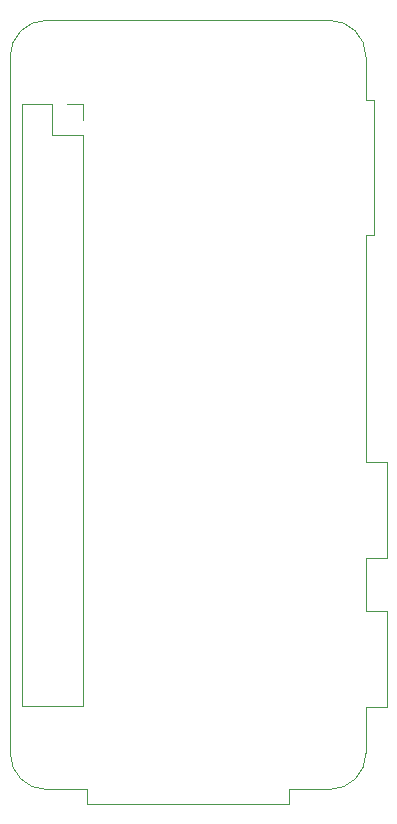
<source format=gbr>
%TF.GenerationSoftware,KiCad,Pcbnew,9.0.3*%
%TF.CreationDate,2025-07-16T15:45:05+08:00*%
%TF.ProjectId,PiHAT_Test,50694841-545f-4546-9573-742e6b696361,rev?*%
%TF.SameCoordinates,Original*%
%TF.FileFunction,Legend,Top*%
%TF.FilePolarity,Positive*%
%FSLAX46Y46*%
G04 Gerber Fmt 4.6, Leading zero omitted, Abs format (unit mm)*
G04 Created by KiCad (PCBNEW 9.0.3) date 2025-07-16 15:45:05*
%MOMM*%
%LPD*%
G01*
G04 APERTURE LIST*
%ADD10C,0.120000*%
G04 APERTURE END LIST*
D10*
%TO.C,H1*%
X123040000Y-126210000D02*
X123040000Y-67210000D01*
X124000000Y-71250000D02*
X124000000Y-122170000D01*
X124000000Y-71250000D02*
X126600000Y-71250000D01*
X124000000Y-122170000D02*
X129200000Y-122170000D01*
X126100000Y-64150000D02*
X150100000Y-64150000D01*
X126600000Y-71250000D02*
X126600000Y-73850000D01*
X126600000Y-73850000D02*
X129200000Y-73850000D01*
X127870000Y-71250000D02*
X129200000Y-71250000D01*
X129200000Y-71250000D02*
X129200000Y-72580000D01*
X129200000Y-73850000D02*
X129200000Y-122170000D01*
X129540000Y-129270000D02*
X126100000Y-129270000D01*
X129540000Y-129270000D02*
X129540000Y-130470000D01*
X129540000Y-130470000D02*
X146660000Y-130470000D01*
X146660000Y-129270000D02*
X150100000Y-129270000D01*
X146660000Y-130470000D02*
X146660000Y-129270000D01*
X153160000Y-70900000D02*
X153160000Y-67210000D01*
X153160000Y-82320000D02*
X153860000Y-82320000D01*
X153160000Y-101550000D02*
X153160000Y-82320000D01*
X153160000Y-109670000D02*
X154960000Y-109670000D01*
X153160000Y-114150000D02*
X153160000Y-109670000D01*
X153160000Y-122270000D02*
X154960000Y-122270000D01*
X153160000Y-126210000D02*
X153160000Y-122270000D01*
X153860000Y-70900000D02*
X153160000Y-70900000D01*
X153860000Y-82320000D02*
X153860000Y-70900000D01*
X154960000Y-101550000D02*
X153160000Y-101550000D01*
X154960000Y-109670000D02*
X154960000Y-101550000D01*
X154960000Y-114150000D02*
X153160000Y-114150000D01*
X154960000Y-122270000D02*
X154960000Y-114150000D01*
X123040000Y-67210000D02*
G75*
G02*
X126100000Y-64150000I3059999J1D01*
G01*
X126100000Y-129270000D02*
G75*
G02*
X123040000Y-126210000I-1J3059999D01*
G01*
X150100000Y-64150000D02*
G75*
G02*
X153160000Y-67210000I0J-3060000D01*
G01*
X153160000Y-126210000D02*
G75*
G02*
X150100000Y-129270000I-3060000J0D01*
G01*
%TD*%
M02*

</source>
